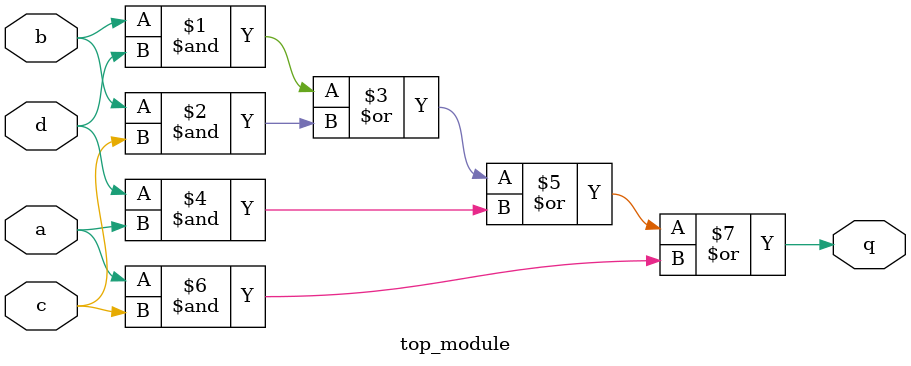
<source format=v>


module top_module (
    input a,
    input b,
    input c,
    input d,
    output q );//

    assign q =(b&d)|(b&c)|(d&a)|(a&c);

endmodule


</source>
